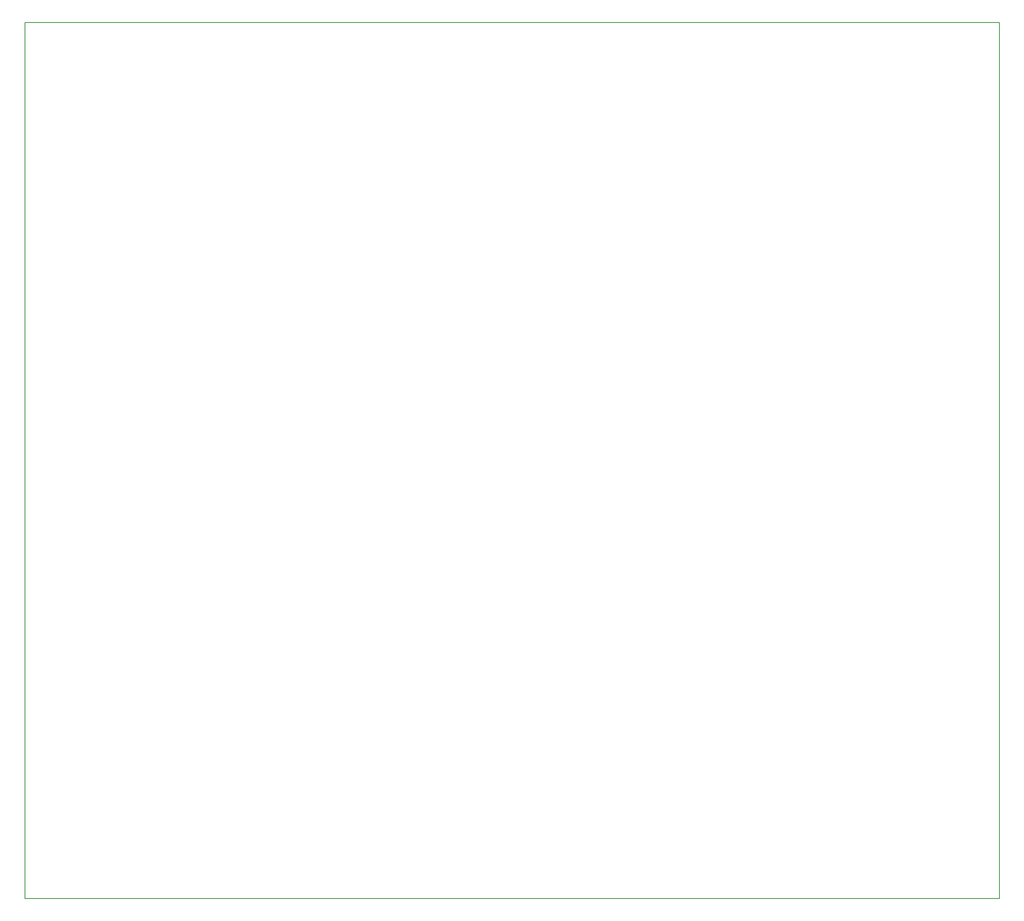
<source format=gm1>
%TF.GenerationSoftware,KiCad,Pcbnew,8.0.5*%
%TF.CreationDate,2024-09-22T13:44:18+02:00*%
%TF.ProjectId,gain_box,6761696e-5f62-46f7-982e-6b696361645f,rev?*%
%TF.SameCoordinates,Original*%
%TF.FileFunction,Profile,NP*%
%FSLAX46Y46*%
G04 Gerber Fmt 4.6, Leading zero omitted, Abs format (unit mm)*
G04 Created by KiCad (PCBNEW 8.0.5) date 2024-09-22 13:44:18*
%MOMM*%
%LPD*%
G01*
G04 APERTURE LIST*
%TA.AperFunction,Profile*%
%ADD10C,0.200000*%
%TD*%
G04 APERTURE END LIST*
D10*
X36300000Y-15800000D02*
X237880000Y-15800000D01*
X237880000Y-197180000D01*
X36300000Y-197180000D01*
X36300000Y-15800000D01*
M02*

</source>
